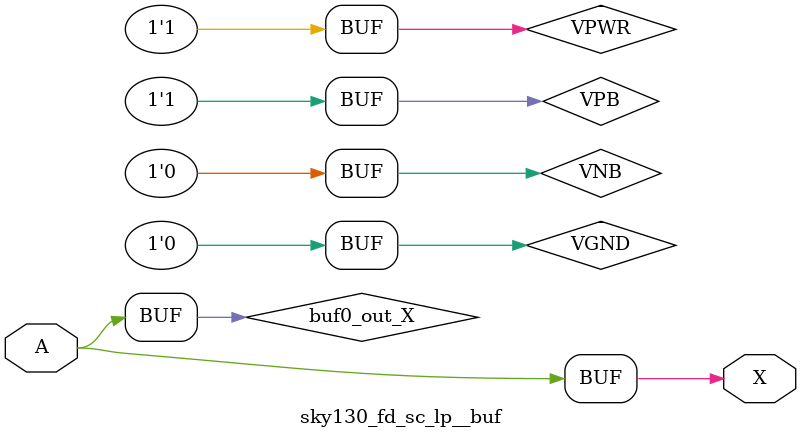
<source format=v>
/*
 * Copyright 2020 The SkyWater PDK Authors
 *
 * Licensed under the Apache License, Version 2.0 (the "License");
 * you may not use this file except in compliance with the License.
 * You may obtain a copy of the License at
 *
 *     https://www.apache.org/licenses/LICENSE-2.0
 *
 * Unless required by applicable law or agreed to in writing, software
 * distributed under the License is distributed on an "AS IS" BASIS,
 * WITHOUT WARRANTIES OR CONDITIONS OF ANY KIND, either express or implied.
 * See the License for the specific language governing permissions and
 * limitations under the License.
 *
 * SPDX-License-Identifier: Apache-2.0
*/


`ifndef SKY130_FD_SC_LP__BUF_TIMING_V
`define SKY130_FD_SC_LP__BUF_TIMING_V

/**
 * buf: Buffer.
 *
 * Verilog simulation timing model.
 */

`timescale 1ns / 1ps
`default_nettype none

`celldefine
module sky130_fd_sc_lp__buf (
    X,
    A
);

    // Module ports
    output X;
    input  A;

    // Module supplies
    supply1 VPWR;
    supply0 VGND;
    supply1 VPB ;
    supply0 VNB ;

    // Local signals
    wire buf0_out_X;

    //  Name  Output      Other arguments
    buf buf0 (buf0_out_X, A              );
    buf buf1 (X         , buf0_out_X     );

endmodule
`endcelldefine

`default_nettype wire
`endif  // SKY130_FD_SC_LP__BUF_TIMING_V

</source>
